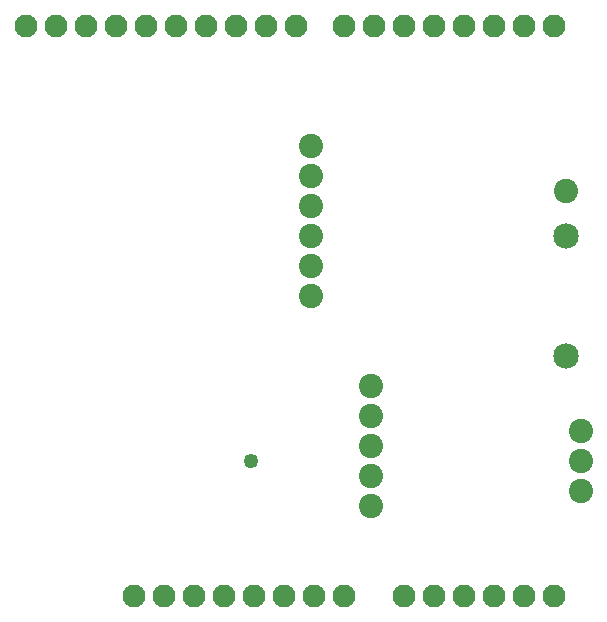
<source format=gts>
G04 MADE WITH FRITZING*
G04 WWW.FRITZING.ORG*
G04 DOUBLE SIDED*
G04 HOLES PLATED*
G04 CONTOUR ON CENTER OF CONTOUR VECTOR*
%ASAXBY*%
%FSLAX23Y23*%
%MOIN*%
%OFA0B0*%
%SFA1.0B1.0*%
%ADD10C,0.076194*%
%ADD11C,0.076222*%
%ADD12C,0.080866*%
%ADD13C,0.049370*%
%ADD14C,0.085000*%
%LNMASK1*%
G90*
G70*
G54D10*
X2106Y107D03*
X2206Y107D03*
X2306Y107D03*
X2406Y107D03*
X2506Y107D03*
G54D11*
X1646Y2007D03*
X1546Y2007D03*
X1446Y2007D03*
X1346Y2007D03*
X1246Y2007D03*
X1146Y2007D03*
X1046Y2007D03*
X946Y2007D03*
X846Y2007D03*
X746Y2007D03*
X2506Y2007D03*
X2406Y2007D03*
X2306Y2007D03*
X2206Y2007D03*
X2106Y2007D03*
X2006Y2007D03*
X1906Y2007D03*
X1806Y2007D03*
G54D10*
X1206Y107D03*
X1106Y107D03*
X1306Y107D03*
X1406Y107D03*
X1506Y107D03*
X1606Y107D03*
X1706Y107D03*
X1806Y107D03*
X2006Y107D03*
G54D12*
X1896Y807D03*
X1896Y707D03*
X1896Y607D03*
X1896Y507D03*
X1896Y407D03*
X1696Y1607D03*
X1696Y1207D03*
X1696Y1507D03*
X1696Y1407D03*
X1696Y1307D03*
X1696Y1107D03*
X2596Y457D03*
X2596Y557D03*
X2596Y657D03*
X2546Y907D03*
X2546Y1307D03*
X2546Y1457D03*
G54D13*
X1496Y557D03*
G54D14*
X2546Y1307D03*
X2546Y907D03*
G04 End of Mask1*
M02*
</source>
